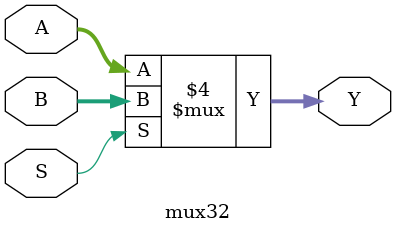
<source format=v>
module mux32(
    input [31:0] A, B,
    input S,
    output reg [31:0] Y
);

    always @* begin
        if (S == 1'b1)
            Y = B;
        else
            Y = A;
    end

endmodule
//1 bit seletor
</source>
